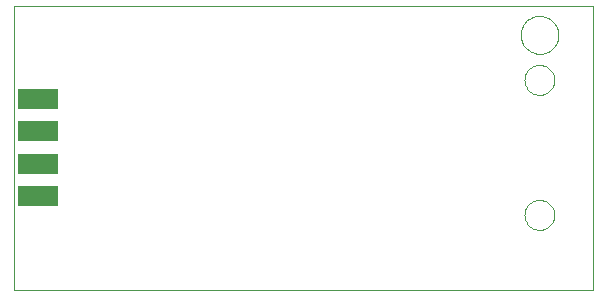
<source format=gbp>
G75*
G70*
%OFA0B0*%
%FSLAX24Y24*%
%IPPOS*%
%LPD*%
%AMOC8*
5,1,8,0,0,1.08239X$1,22.5*
%
%ADD10C,0.0000*%
%ADD11R,0.1378X0.0669*%
D10*
X004777Y002056D02*
X004777Y011505D01*
X024069Y011505D01*
X024069Y002056D01*
X004777Y002056D01*
X021777Y004556D02*
X021779Y004600D01*
X021785Y004644D01*
X021795Y004687D01*
X021808Y004729D01*
X021825Y004770D01*
X021846Y004809D01*
X021870Y004846D01*
X021897Y004881D01*
X021927Y004913D01*
X021960Y004943D01*
X021996Y004969D01*
X022033Y004993D01*
X022073Y005012D01*
X022114Y005029D01*
X022157Y005041D01*
X022200Y005050D01*
X022244Y005055D01*
X022288Y005056D01*
X022332Y005053D01*
X022376Y005046D01*
X022419Y005035D01*
X022461Y005021D01*
X022501Y005003D01*
X022540Y004981D01*
X022576Y004957D01*
X022610Y004929D01*
X022642Y004898D01*
X022671Y004864D01*
X022697Y004828D01*
X022719Y004790D01*
X022738Y004750D01*
X022753Y004708D01*
X022765Y004666D01*
X022773Y004622D01*
X022777Y004578D01*
X022777Y004534D01*
X022773Y004490D01*
X022765Y004446D01*
X022753Y004404D01*
X022738Y004362D01*
X022719Y004322D01*
X022697Y004284D01*
X022671Y004248D01*
X022642Y004214D01*
X022610Y004183D01*
X022576Y004155D01*
X022540Y004131D01*
X022501Y004109D01*
X022461Y004091D01*
X022419Y004077D01*
X022376Y004066D01*
X022332Y004059D01*
X022288Y004056D01*
X022244Y004057D01*
X022200Y004062D01*
X022157Y004071D01*
X022114Y004083D01*
X022073Y004100D01*
X022033Y004119D01*
X021996Y004143D01*
X021960Y004169D01*
X021927Y004199D01*
X021897Y004231D01*
X021870Y004266D01*
X021846Y004303D01*
X021825Y004342D01*
X021808Y004383D01*
X021795Y004425D01*
X021785Y004468D01*
X021779Y004512D01*
X021777Y004556D01*
X021777Y009056D02*
X021779Y009100D01*
X021785Y009144D01*
X021795Y009187D01*
X021808Y009229D01*
X021825Y009270D01*
X021846Y009309D01*
X021870Y009346D01*
X021897Y009381D01*
X021927Y009413D01*
X021960Y009443D01*
X021996Y009469D01*
X022033Y009493D01*
X022073Y009512D01*
X022114Y009529D01*
X022157Y009541D01*
X022200Y009550D01*
X022244Y009555D01*
X022288Y009556D01*
X022332Y009553D01*
X022376Y009546D01*
X022419Y009535D01*
X022461Y009521D01*
X022501Y009503D01*
X022540Y009481D01*
X022576Y009457D01*
X022610Y009429D01*
X022642Y009398D01*
X022671Y009364D01*
X022697Y009328D01*
X022719Y009290D01*
X022738Y009250D01*
X022753Y009208D01*
X022765Y009166D01*
X022773Y009122D01*
X022777Y009078D01*
X022777Y009034D01*
X022773Y008990D01*
X022765Y008946D01*
X022753Y008904D01*
X022738Y008862D01*
X022719Y008822D01*
X022697Y008784D01*
X022671Y008748D01*
X022642Y008714D01*
X022610Y008683D01*
X022576Y008655D01*
X022540Y008631D01*
X022501Y008609D01*
X022461Y008591D01*
X022419Y008577D01*
X022376Y008566D01*
X022332Y008559D01*
X022288Y008556D01*
X022244Y008557D01*
X022200Y008562D01*
X022157Y008571D01*
X022114Y008583D01*
X022073Y008600D01*
X022033Y008619D01*
X021996Y008643D01*
X021960Y008669D01*
X021927Y008699D01*
X021897Y008731D01*
X021870Y008766D01*
X021846Y008803D01*
X021825Y008842D01*
X021808Y008883D01*
X021795Y008925D01*
X021785Y008968D01*
X021779Y009012D01*
X021777Y009056D01*
X021647Y010556D02*
X021649Y010606D01*
X021655Y010656D01*
X021665Y010705D01*
X021679Y010753D01*
X021696Y010800D01*
X021717Y010845D01*
X021742Y010889D01*
X021770Y010930D01*
X021802Y010969D01*
X021836Y011006D01*
X021873Y011040D01*
X021913Y011070D01*
X021955Y011097D01*
X021999Y011121D01*
X022045Y011142D01*
X022092Y011158D01*
X022140Y011171D01*
X022190Y011180D01*
X022239Y011185D01*
X022290Y011186D01*
X022340Y011183D01*
X022389Y011176D01*
X022438Y011165D01*
X022486Y011150D01*
X022532Y011132D01*
X022577Y011110D01*
X022620Y011084D01*
X022661Y011055D01*
X022700Y011023D01*
X022736Y010988D01*
X022768Y010950D01*
X022798Y010910D01*
X022825Y010867D01*
X022848Y010823D01*
X022867Y010777D01*
X022883Y010729D01*
X022895Y010680D01*
X022903Y010631D01*
X022907Y010581D01*
X022907Y010531D01*
X022903Y010481D01*
X022895Y010432D01*
X022883Y010383D01*
X022867Y010335D01*
X022848Y010289D01*
X022825Y010245D01*
X022798Y010202D01*
X022768Y010162D01*
X022736Y010124D01*
X022700Y010089D01*
X022661Y010057D01*
X022620Y010028D01*
X022577Y010002D01*
X022532Y009980D01*
X022486Y009962D01*
X022438Y009947D01*
X022389Y009936D01*
X022340Y009929D01*
X022290Y009926D01*
X022239Y009927D01*
X022190Y009932D01*
X022140Y009941D01*
X022092Y009954D01*
X022045Y009970D01*
X021999Y009991D01*
X021955Y010015D01*
X021913Y010042D01*
X021873Y010072D01*
X021836Y010106D01*
X021802Y010143D01*
X021770Y010182D01*
X021742Y010223D01*
X021717Y010267D01*
X021696Y010312D01*
X021679Y010359D01*
X021665Y010407D01*
X021655Y010456D01*
X021649Y010506D01*
X021647Y010556D01*
D11*
X005567Y008426D03*
X005567Y007346D03*
X005567Y006266D03*
X005567Y005186D03*
M02*

</source>
